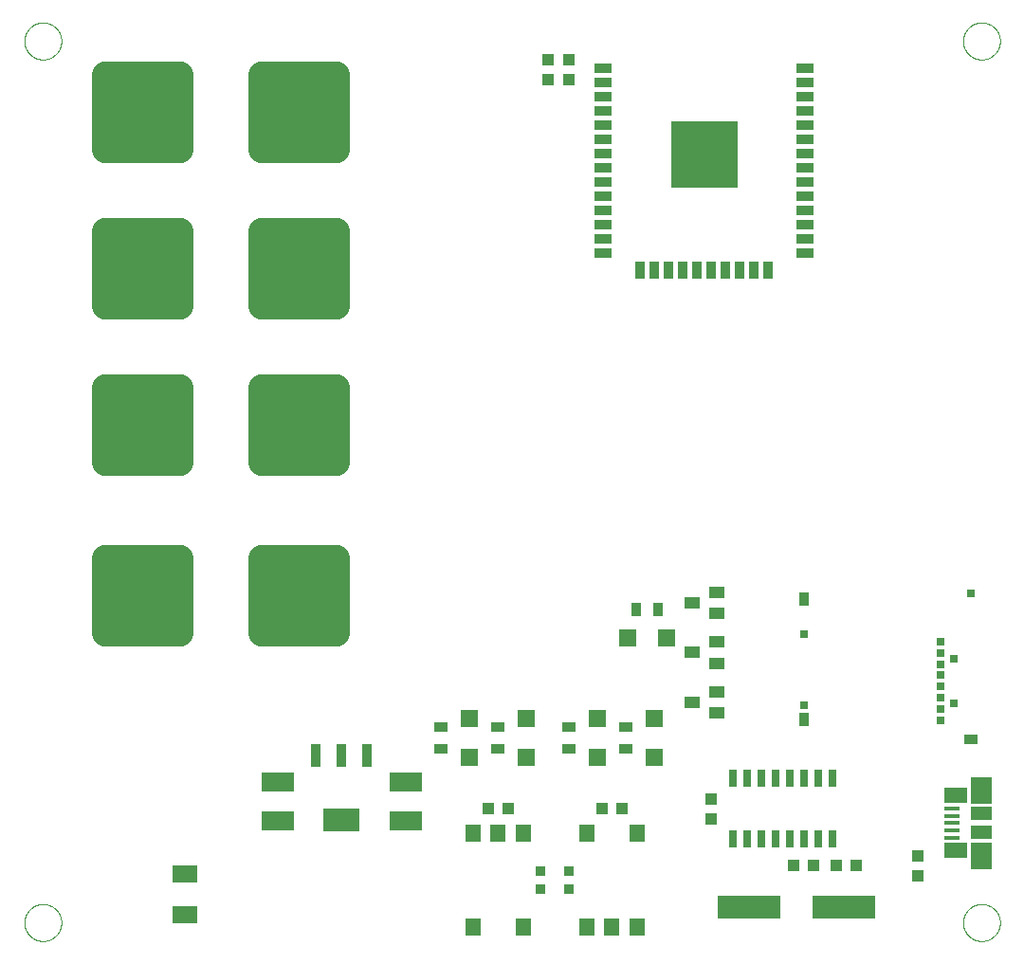
<source format=gtp>
G75*
%MOIN*%
%OFA0B0*%
%FSLAX25Y25*%
%IPPOS*%
%LPD*%
%AMOC8*
5,1,8,0,0,1.08239X$1,22.5*
%
%ADD10R,0.03937X0.03937*%
%ADD11C,0.08858*%
%ADD12C,0.00500*%
%ADD13R,0.11811X0.07087*%
%ADD14R,0.06299X0.05906*%
%ADD15R,0.08583X0.05984*%
%ADD16R,0.03799X0.03799*%
%ADD17R,0.05118X0.03543*%
%ADD18R,0.05512X0.06299*%
%ADD19R,0.05433X0.01772*%
%ADD20R,0.08268X0.05807*%
%ADD21R,0.07480X0.04626*%
%ADD22R,0.07480X0.09350*%
%ADD23R,0.02500X0.06000*%
%ADD24R,0.05906X0.03543*%
%ADD25R,0.03543X0.05906*%
%ADD26R,0.23622X0.23622*%
%ADD27R,0.12795X0.08465*%
%ADD28R,0.03740X0.08465*%
%ADD29R,0.22047X0.08268*%
%ADD30C,0.00000*%
%ADD31R,0.05512X0.03937*%
%ADD32R,0.03543X0.05118*%
%ADD33R,0.05906X0.06299*%
%ADD34R,0.02953X0.02756*%
%ADD35R,0.02559X0.02756*%
%ADD36R,0.04528X0.03366*%
%ADD37R,0.03346X0.04724*%
%ADD38R,0.02953X0.02559*%
%ADD39R,0.03346X0.05118*%
D10*
X0200433Y0088933D03*
X0207433Y0088933D03*
X0240433Y0088933D03*
X0247433Y0088933D03*
X0278933Y0085433D03*
X0278933Y0092433D03*
X0307933Y0068933D03*
X0314933Y0068933D03*
X0322933Y0068933D03*
X0329933Y0068933D03*
X0351433Y0065433D03*
X0351433Y0072433D03*
X0228933Y0345433D03*
X0228933Y0352433D03*
X0221433Y0352433D03*
X0221433Y0345433D03*
D11*
X0147220Y0347220D02*
X0120646Y0347220D01*
X0147220Y0347220D02*
X0147220Y0320646D01*
X0120646Y0320646D01*
X0120646Y0347220D01*
X0120646Y0329503D02*
X0147220Y0329503D01*
X0147220Y0338360D02*
X0120646Y0338360D01*
X0120646Y0347217D02*
X0147220Y0347217D01*
X0092220Y0347220D02*
X0065646Y0347220D01*
X0092220Y0347220D02*
X0092220Y0320646D01*
X0065646Y0320646D01*
X0065646Y0347220D01*
X0065646Y0329503D02*
X0092220Y0329503D01*
X0092220Y0338360D02*
X0065646Y0338360D01*
X0065646Y0347217D02*
X0092220Y0347217D01*
X0092220Y0265646D02*
X0065646Y0265646D01*
X0065646Y0292220D01*
X0092220Y0292220D01*
X0092220Y0265646D01*
X0092220Y0274503D02*
X0065646Y0274503D01*
X0065646Y0283360D02*
X0092220Y0283360D01*
X0092220Y0292217D02*
X0065646Y0292217D01*
X0120646Y0265646D02*
X0147220Y0265646D01*
X0120646Y0265646D02*
X0120646Y0292220D01*
X0147220Y0292220D01*
X0147220Y0265646D01*
X0147220Y0274503D02*
X0120646Y0274503D01*
X0120646Y0283360D02*
X0147220Y0283360D01*
X0147220Y0292217D02*
X0120646Y0292217D01*
X0120646Y0210646D02*
X0147220Y0210646D01*
X0120646Y0210646D02*
X0120646Y0237220D01*
X0147220Y0237220D01*
X0147220Y0210646D01*
X0147220Y0219503D02*
X0120646Y0219503D01*
X0120646Y0228360D02*
X0147220Y0228360D01*
X0147220Y0237217D02*
X0120646Y0237217D01*
X0092220Y0210646D02*
X0065646Y0210646D01*
X0065646Y0237220D01*
X0092220Y0237220D01*
X0092220Y0210646D01*
X0092220Y0219503D02*
X0065646Y0219503D01*
X0065646Y0228360D02*
X0092220Y0228360D01*
X0092220Y0237217D02*
X0065646Y0237217D01*
X0065646Y0150646D02*
X0092220Y0150646D01*
X0065646Y0150646D02*
X0065646Y0177220D01*
X0092220Y0177220D01*
X0092220Y0150646D01*
X0092220Y0159503D02*
X0065646Y0159503D01*
X0065646Y0168360D02*
X0092220Y0168360D01*
X0092220Y0177217D02*
X0065646Y0177217D01*
X0120646Y0150646D02*
X0147220Y0150646D01*
X0120646Y0150646D02*
X0120646Y0177220D01*
X0147220Y0177220D01*
X0147220Y0150646D01*
X0147220Y0159503D02*
X0120646Y0159503D01*
X0120646Y0168360D02*
X0147220Y0168360D01*
X0147220Y0177217D02*
X0120646Y0177217D01*
D12*
X0133933Y0166433D02*
X0133933Y0161433D01*
X0078933Y0161433D02*
X0078933Y0166433D01*
X0078933Y0221433D02*
X0078933Y0226433D01*
X0078933Y0276433D02*
X0078933Y0281433D01*
X0078933Y0331433D02*
X0078933Y0336433D01*
X0133933Y0336433D02*
X0133933Y0331433D01*
X0133933Y0281433D02*
X0133933Y0276433D01*
X0133933Y0226433D02*
X0133933Y0221433D01*
D13*
X0126433Y0098224D03*
X0126433Y0084642D03*
X0171433Y0084642D03*
X0171433Y0098224D03*
D14*
X0193933Y0107043D03*
X0193933Y0120823D03*
X0213933Y0120823D03*
X0213933Y0107043D03*
X0238933Y0107043D03*
X0238933Y0120823D03*
X0258933Y0120823D03*
X0258933Y0107043D03*
D15*
X0093933Y0066138D03*
X0093933Y0051728D03*
D16*
X0218933Y0060833D03*
X0218933Y0067033D03*
X0228933Y0067033D03*
X0228933Y0060833D03*
D17*
X0228933Y0110193D03*
X0228933Y0117673D03*
X0248933Y0117673D03*
X0248933Y0110193D03*
X0203933Y0110193D03*
X0203933Y0117673D03*
X0183933Y0117673D03*
X0183933Y0110193D03*
D18*
X0195075Y0080469D03*
X0203933Y0080469D03*
X0212791Y0080469D03*
X0235075Y0080469D03*
X0252791Y0080469D03*
X0252791Y0047398D03*
X0243933Y0047398D03*
X0235075Y0047398D03*
X0212791Y0047398D03*
X0195075Y0047398D03*
D19*
X0363657Y0078815D03*
X0363657Y0081374D03*
X0363657Y0083933D03*
X0363657Y0086492D03*
X0363657Y0089051D03*
D20*
X0364878Y0093628D03*
X0364878Y0074238D03*
D21*
X0373933Y0080636D03*
X0373933Y0087230D03*
D22*
X0373933Y0095400D03*
X0373933Y0072467D03*
D23*
X0321433Y0078323D03*
X0316433Y0078323D03*
X0311433Y0078323D03*
X0306433Y0078323D03*
X0301433Y0078323D03*
X0296433Y0078323D03*
X0291433Y0078323D03*
X0286433Y0078323D03*
X0286433Y0099543D03*
X0291433Y0099543D03*
X0296433Y0099543D03*
X0301433Y0099543D03*
X0306433Y0099543D03*
X0311433Y0099543D03*
X0316433Y0099543D03*
X0321433Y0099543D03*
D24*
X0311866Y0284248D03*
X0311866Y0289248D03*
X0311866Y0294248D03*
X0311866Y0299248D03*
X0311866Y0304248D03*
X0311866Y0309248D03*
X0311866Y0314248D03*
X0311866Y0319248D03*
X0311866Y0324248D03*
X0311866Y0329248D03*
X0311866Y0334248D03*
X0311866Y0339248D03*
X0311866Y0344248D03*
X0311866Y0349248D03*
X0241000Y0349248D03*
X0241000Y0344248D03*
X0241000Y0339248D03*
X0241000Y0334248D03*
X0241000Y0329248D03*
X0241000Y0324248D03*
X0241000Y0319248D03*
X0241000Y0314248D03*
X0241000Y0309248D03*
X0241000Y0304248D03*
X0241000Y0299248D03*
X0241000Y0294248D03*
X0241000Y0289248D03*
X0241000Y0284248D03*
D25*
X0253933Y0278382D03*
X0258933Y0278382D03*
X0263933Y0278382D03*
X0268933Y0278382D03*
X0273933Y0278382D03*
X0278933Y0278382D03*
X0283933Y0278382D03*
X0288933Y0278382D03*
X0293933Y0278382D03*
X0298933Y0278382D03*
D26*
X0276433Y0318933D03*
D27*
X0148933Y0085016D03*
D28*
X0148933Y0107850D03*
X0157988Y0107850D03*
X0139878Y0107850D03*
D29*
X0292201Y0054327D03*
X0325665Y0054327D03*
D30*
X0037437Y0048933D02*
X0037439Y0049094D01*
X0037445Y0049254D01*
X0037455Y0049415D01*
X0037469Y0049575D01*
X0037487Y0049734D01*
X0037508Y0049894D01*
X0037534Y0050052D01*
X0037564Y0050210D01*
X0037597Y0050367D01*
X0037635Y0050524D01*
X0037676Y0050679D01*
X0037721Y0050833D01*
X0037770Y0050986D01*
X0037823Y0051138D01*
X0037879Y0051288D01*
X0037939Y0051437D01*
X0038003Y0051585D01*
X0038070Y0051731D01*
X0038141Y0051875D01*
X0038216Y0052017D01*
X0038294Y0052158D01*
X0038375Y0052296D01*
X0038460Y0052433D01*
X0038549Y0052567D01*
X0038640Y0052699D01*
X0038735Y0052829D01*
X0038833Y0052956D01*
X0038934Y0053081D01*
X0039038Y0053204D01*
X0039145Y0053323D01*
X0039255Y0053440D01*
X0039368Y0053555D01*
X0039484Y0053666D01*
X0039602Y0053775D01*
X0039723Y0053880D01*
X0039847Y0053983D01*
X0039973Y0054083D01*
X0040102Y0054179D01*
X0040233Y0054272D01*
X0040366Y0054362D01*
X0040501Y0054449D01*
X0040639Y0054532D01*
X0040778Y0054611D01*
X0040920Y0054688D01*
X0041063Y0054761D01*
X0041208Y0054830D01*
X0041355Y0054895D01*
X0041503Y0054957D01*
X0041653Y0055016D01*
X0041804Y0055070D01*
X0041956Y0055121D01*
X0042110Y0055168D01*
X0042265Y0055211D01*
X0042420Y0055250D01*
X0042577Y0055286D01*
X0042735Y0055318D01*
X0042893Y0055345D01*
X0043052Y0055369D01*
X0043211Y0055389D01*
X0043371Y0055405D01*
X0043532Y0055417D01*
X0043692Y0055425D01*
X0043853Y0055429D01*
X0044013Y0055429D01*
X0044174Y0055425D01*
X0044334Y0055417D01*
X0044495Y0055405D01*
X0044655Y0055389D01*
X0044814Y0055369D01*
X0044973Y0055345D01*
X0045131Y0055318D01*
X0045289Y0055286D01*
X0045446Y0055250D01*
X0045601Y0055211D01*
X0045756Y0055168D01*
X0045910Y0055121D01*
X0046062Y0055070D01*
X0046213Y0055016D01*
X0046363Y0054957D01*
X0046511Y0054895D01*
X0046658Y0054830D01*
X0046803Y0054761D01*
X0046946Y0054688D01*
X0047088Y0054611D01*
X0047227Y0054532D01*
X0047365Y0054449D01*
X0047500Y0054362D01*
X0047633Y0054272D01*
X0047764Y0054179D01*
X0047893Y0054083D01*
X0048019Y0053983D01*
X0048143Y0053880D01*
X0048264Y0053775D01*
X0048382Y0053666D01*
X0048498Y0053555D01*
X0048611Y0053440D01*
X0048721Y0053323D01*
X0048828Y0053204D01*
X0048932Y0053081D01*
X0049033Y0052956D01*
X0049131Y0052829D01*
X0049226Y0052699D01*
X0049317Y0052567D01*
X0049406Y0052433D01*
X0049491Y0052296D01*
X0049572Y0052158D01*
X0049650Y0052017D01*
X0049725Y0051875D01*
X0049796Y0051731D01*
X0049863Y0051585D01*
X0049927Y0051437D01*
X0049987Y0051288D01*
X0050043Y0051138D01*
X0050096Y0050986D01*
X0050145Y0050833D01*
X0050190Y0050679D01*
X0050231Y0050524D01*
X0050269Y0050367D01*
X0050302Y0050210D01*
X0050332Y0050052D01*
X0050358Y0049894D01*
X0050379Y0049734D01*
X0050397Y0049575D01*
X0050411Y0049415D01*
X0050421Y0049254D01*
X0050427Y0049094D01*
X0050429Y0048933D01*
X0050427Y0048772D01*
X0050421Y0048612D01*
X0050411Y0048451D01*
X0050397Y0048291D01*
X0050379Y0048132D01*
X0050358Y0047972D01*
X0050332Y0047814D01*
X0050302Y0047656D01*
X0050269Y0047499D01*
X0050231Y0047342D01*
X0050190Y0047187D01*
X0050145Y0047033D01*
X0050096Y0046880D01*
X0050043Y0046728D01*
X0049987Y0046578D01*
X0049927Y0046429D01*
X0049863Y0046281D01*
X0049796Y0046135D01*
X0049725Y0045991D01*
X0049650Y0045849D01*
X0049572Y0045708D01*
X0049491Y0045570D01*
X0049406Y0045433D01*
X0049317Y0045299D01*
X0049226Y0045167D01*
X0049131Y0045037D01*
X0049033Y0044910D01*
X0048932Y0044785D01*
X0048828Y0044662D01*
X0048721Y0044543D01*
X0048611Y0044426D01*
X0048498Y0044311D01*
X0048382Y0044200D01*
X0048264Y0044091D01*
X0048143Y0043986D01*
X0048019Y0043883D01*
X0047893Y0043783D01*
X0047764Y0043687D01*
X0047633Y0043594D01*
X0047500Y0043504D01*
X0047365Y0043417D01*
X0047227Y0043334D01*
X0047088Y0043255D01*
X0046946Y0043178D01*
X0046803Y0043105D01*
X0046658Y0043036D01*
X0046511Y0042971D01*
X0046363Y0042909D01*
X0046213Y0042850D01*
X0046062Y0042796D01*
X0045910Y0042745D01*
X0045756Y0042698D01*
X0045601Y0042655D01*
X0045446Y0042616D01*
X0045289Y0042580D01*
X0045131Y0042548D01*
X0044973Y0042521D01*
X0044814Y0042497D01*
X0044655Y0042477D01*
X0044495Y0042461D01*
X0044334Y0042449D01*
X0044174Y0042441D01*
X0044013Y0042437D01*
X0043853Y0042437D01*
X0043692Y0042441D01*
X0043532Y0042449D01*
X0043371Y0042461D01*
X0043211Y0042477D01*
X0043052Y0042497D01*
X0042893Y0042521D01*
X0042735Y0042548D01*
X0042577Y0042580D01*
X0042420Y0042616D01*
X0042265Y0042655D01*
X0042110Y0042698D01*
X0041956Y0042745D01*
X0041804Y0042796D01*
X0041653Y0042850D01*
X0041503Y0042909D01*
X0041355Y0042971D01*
X0041208Y0043036D01*
X0041063Y0043105D01*
X0040920Y0043178D01*
X0040778Y0043255D01*
X0040639Y0043334D01*
X0040501Y0043417D01*
X0040366Y0043504D01*
X0040233Y0043594D01*
X0040102Y0043687D01*
X0039973Y0043783D01*
X0039847Y0043883D01*
X0039723Y0043986D01*
X0039602Y0044091D01*
X0039484Y0044200D01*
X0039368Y0044311D01*
X0039255Y0044426D01*
X0039145Y0044543D01*
X0039038Y0044662D01*
X0038934Y0044785D01*
X0038833Y0044910D01*
X0038735Y0045037D01*
X0038640Y0045167D01*
X0038549Y0045299D01*
X0038460Y0045433D01*
X0038375Y0045570D01*
X0038294Y0045708D01*
X0038216Y0045849D01*
X0038141Y0045991D01*
X0038070Y0046135D01*
X0038003Y0046281D01*
X0037939Y0046429D01*
X0037879Y0046578D01*
X0037823Y0046728D01*
X0037770Y0046880D01*
X0037721Y0047033D01*
X0037676Y0047187D01*
X0037635Y0047342D01*
X0037597Y0047499D01*
X0037564Y0047656D01*
X0037534Y0047814D01*
X0037508Y0047972D01*
X0037487Y0048132D01*
X0037469Y0048291D01*
X0037455Y0048451D01*
X0037445Y0048612D01*
X0037439Y0048772D01*
X0037437Y0048933D01*
X0037437Y0358933D02*
X0037439Y0359094D01*
X0037445Y0359254D01*
X0037455Y0359415D01*
X0037469Y0359575D01*
X0037487Y0359734D01*
X0037508Y0359894D01*
X0037534Y0360052D01*
X0037564Y0360210D01*
X0037597Y0360367D01*
X0037635Y0360524D01*
X0037676Y0360679D01*
X0037721Y0360833D01*
X0037770Y0360986D01*
X0037823Y0361138D01*
X0037879Y0361288D01*
X0037939Y0361437D01*
X0038003Y0361585D01*
X0038070Y0361731D01*
X0038141Y0361875D01*
X0038216Y0362017D01*
X0038294Y0362158D01*
X0038375Y0362296D01*
X0038460Y0362433D01*
X0038549Y0362567D01*
X0038640Y0362699D01*
X0038735Y0362829D01*
X0038833Y0362956D01*
X0038934Y0363081D01*
X0039038Y0363204D01*
X0039145Y0363323D01*
X0039255Y0363440D01*
X0039368Y0363555D01*
X0039484Y0363666D01*
X0039602Y0363775D01*
X0039723Y0363880D01*
X0039847Y0363983D01*
X0039973Y0364083D01*
X0040102Y0364179D01*
X0040233Y0364272D01*
X0040366Y0364362D01*
X0040501Y0364449D01*
X0040639Y0364532D01*
X0040778Y0364611D01*
X0040920Y0364688D01*
X0041063Y0364761D01*
X0041208Y0364830D01*
X0041355Y0364895D01*
X0041503Y0364957D01*
X0041653Y0365016D01*
X0041804Y0365070D01*
X0041956Y0365121D01*
X0042110Y0365168D01*
X0042265Y0365211D01*
X0042420Y0365250D01*
X0042577Y0365286D01*
X0042735Y0365318D01*
X0042893Y0365345D01*
X0043052Y0365369D01*
X0043211Y0365389D01*
X0043371Y0365405D01*
X0043532Y0365417D01*
X0043692Y0365425D01*
X0043853Y0365429D01*
X0044013Y0365429D01*
X0044174Y0365425D01*
X0044334Y0365417D01*
X0044495Y0365405D01*
X0044655Y0365389D01*
X0044814Y0365369D01*
X0044973Y0365345D01*
X0045131Y0365318D01*
X0045289Y0365286D01*
X0045446Y0365250D01*
X0045601Y0365211D01*
X0045756Y0365168D01*
X0045910Y0365121D01*
X0046062Y0365070D01*
X0046213Y0365016D01*
X0046363Y0364957D01*
X0046511Y0364895D01*
X0046658Y0364830D01*
X0046803Y0364761D01*
X0046946Y0364688D01*
X0047088Y0364611D01*
X0047227Y0364532D01*
X0047365Y0364449D01*
X0047500Y0364362D01*
X0047633Y0364272D01*
X0047764Y0364179D01*
X0047893Y0364083D01*
X0048019Y0363983D01*
X0048143Y0363880D01*
X0048264Y0363775D01*
X0048382Y0363666D01*
X0048498Y0363555D01*
X0048611Y0363440D01*
X0048721Y0363323D01*
X0048828Y0363204D01*
X0048932Y0363081D01*
X0049033Y0362956D01*
X0049131Y0362829D01*
X0049226Y0362699D01*
X0049317Y0362567D01*
X0049406Y0362433D01*
X0049491Y0362296D01*
X0049572Y0362158D01*
X0049650Y0362017D01*
X0049725Y0361875D01*
X0049796Y0361731D01*
X0049863Y0361585D01*
X0049927Y0361437D01*
X0049987Y0361288D01*
X0050043Y0361138D01*
X0050096Y0360986D01*
X0050145Y0360833D01*
X0050190Y0360679D01*
X0050231Y0360524D01*
X0050269Y0360367D01*
X0050302Y0360210D01*
X0050332Y0360052D01*
X0050358Y0359894D01*
X0050379Y0359734D01*
X0050397Y0359575D01*
X0050411Y0359415D01*
X0050421Y0359254D01*
X0050427Y0359094D01*
X0050429Y0358933D01*
X0050427Y0358772D01*
X0050421Y0358612D01*
X0050411Y0358451D01*
X0050397Y0358291D01*
X0050379Y0358132D01*
X0050358Y0357972D01*
X0050332Y0357814D01*
X0050302Y0357656D01*
X0050269Y0357499D01*
X0050231Y0357342D01*
X0050190Y0357187D01*
X0050145Y0357033D01*
X0050096Y0356880D01*
X0050043Y0356728D01*
X0049987Y0356578D01*
X0049927Y0356429D01*
X0049863Y0356281D01*
X0049796Y0356135D01*
X0049725Y0355991D01*
X0049650Y0355849D01*
X0049572Y0355708D01*
X0049491Y0355570D01*
X0049406Y0355433D01*
X0049317Y0355299D01*
X0049226Y0355167D01*
X0049131Y0355037D01*
X0049033Y0354910D01*
X0048932Y0354785D01*
X0048828Y0354662D01*
X0048721Y0354543D01*
X0048611Y0354426D01*
X0048498Y0354311D01*
X0048382Y0354200D01*
X0048264Y0354091D01*
X0048143Y0353986D01*
X0048019Y0353883D01*
X0047893Y0353783D01*
X0047764Y0353687D01*
X0047633Y0353594D01*
X0047500Y0353504D01*
X0047365Y0353417D01*
X0047227Y0353334D01*
X0047088Y0353255D01*
X0046946Y0353178D01*
X0046803Y0353105D01*
X0046658Y0353036D01*
X0046511Y0352971D01*
X0046363Y0352909D01*
X0046213Y0352850D01*
X0046062Y0352796D01*
X0045910Y0352745D01*
X0045756Y0352698D01*
X0045601Y0352655D01*
X0045446Y0352616D01*
X0045289Y0352580D01*
X0045131Y0352548D01*
X0044973Y0352521D01*
X0044814Y0352497D01*
X0044655Y0352477D01*
X0044495Y0352461D01*
X0044334Y0352449D01*
X0044174Y0352441D01*
X0044013Y0352437D01*
X0043853Y0352437D01*
X0043692Y0352441D01*
X0043532Y0352449D01*
X0043371Y0352461D01*
X0043211Y0352477D01*
X0043052Y0352497D01*
X0042893Y0352521D01*
X0042735Y0352548D01*
X0042577Y0352580D01*
X0042420Y0352616D01*
X0042265Y0352655D01*
X0042110Y0352698D01*
X0041956Y0352745D01*
X0041804Y0352796D01*
X0041653Y0352850D01*
X0041503Y0352909D01*
X0041355Y0352971D01*
X0041208Y0353036D01*
X0041063Y0353105D01*
X0040920Y0353178D01*
X0040778Y0353255D01*
X0040639Y0353334D01*
X0040501Y0353417D01*
X0040366Y0353504D01*
X0040233Y0353594D01*
X0040102Y0353687D01*
X0039973Y0353783D01*
X0039847Y0353883D01*
X0039723Y0353986D01*
X0039602Y0354091D01*
X0039484Y0354200D01*
X0039368Y0354311D01*
X0039255Y0354426D01*
X0039145Y0354543D01*
X0039038Y0354662D01*
X0038934Y0354785D01*
X0038833Y0354910D01*
X0038735Y0355037D01*
X0038640Y0355167D01*
X0038549Y0355299D01*
X0038460Y0355433D01*
X0038375Y0355570D01*
X0038294Y0355708D01*
X0038216Y0355849D01*
X0038141Y0355991D01*
X0038070Y0356135D01*
X0038003Y0356281D01*
X0037939Y0356429D01*
X0037879Y0356578D01*
X0037823Y0356728D01*
X0037770Y0356880D01*
X0037721Y0357033D01*
X0037676Y0357187D01*
X0037635Y0357342D01*
X0037597Y0357499D01*
X0037564Y0357656D01*
X0037534Y0357814D01*
X0037508Y0357972D01*
X0037487Y0358132D01*
X0037469Y0358291D01*
X0037455Y0358451D01*
X0037445Y0358612D01*
X0037439Y0358772D01*
X0037437Y0358933D01*
X0367437Y0358933D02*
X0367439Y0359094D01*
X0367445Y0359254D01*
X0367455Y0359415D01*
X0367469Y0359575D01*
X0367487Y0359734D01*
X0367508Y0359894D01*
X0367534Y0360052D01*
X0367564Y0360210D01*
X0367597Y0360367D01*
X0367635Y0360524D01*
X0367676Y0360679D01*
X0367721Y0360833D01*
X0367770Y0360986D01*
X0367823Y0361138D01*
X0367879Y0361288D01*
X0367939Y0361437D01*
X0368003Y0361585D01*
X0368070Y0361731D01*
X0368141Y0361875D01*
X0368216Y0362017D01*
X0368294Y0362158D01*
X0368375Y0362296D01*
X0368460Y0362433D01*
X0368549Y0362567D01*
X0368640Y0362699D01*
X0368735Y0362829D01*
X0368833Y0362956D01*
X0368934Y0363081D01*
X0369038Y0363204D01*
X0369145Y0363323D01*
X0369255Y0363440D01*
X0369368Y0363555D01*
X0369484Y0363666D01*
X0369602Y0363775D01*
X0369723Y0363880D01*
X0369847Y0363983D01*
X0369973Y0364083D01*
X0370102Y0364179D01*
X0370233Y0364272D01*
X0370366Y0364362D01*
X0370501Y0364449D01*
X0370639Y0364532D01*
X0370778Y0364611D01*
X0370920Y0364688D01*
X0371063Y0364761D01*
X0371208Y0364830D01*
X0371355Y0364895D01*
X0371503Y0364957D01*
X0371653Y0365016D01*
X0371804Y0365070D01*
X0371956Y0365121D01*
X0372110Y0365168D01*
X0372265Y0365211D01*
X0372420Y0365250D01*
X0372577Y0365286D01*
X0372735Y0365318D01*
X0372893Y0365345D01*
X0373052Y0365369D01*
X0373211Y0365389D01*
X0373371Y0365405D01*
X0373532Y0365417D01*
X0373692Y0365425D01*
X0373853Y0365429D01*
X0374013Y0365429D01*
X0374174Y0365425D01*
X0374334Y0365417D01*
X0374495Y0365405D01*
X0374655Y0365389D01*
X0374814Y0365369D01*
X0374973Y0365345D01*
X0375131Y0365318D01*
X0375289Y0365286D01*
X0375446Y0365250D01*
X0375601Y0365211D01*
X0375756Y0365168D01*
X0375910Y0365121D01*
X0376062Y0365070D01*
X0376213Y0365016D01*
X0376363Y0364957D01*
X0376511Y0364895D01*
X0376658Y0364830D01*
X0376803Y0364761D01*
X0376946Y0364688D01*
X0377088Y0364611D01*
X0377227Y0364532D01*
X0377365Y0364449D01*
X0377500Y0364362D01*
X0377633Y0364272D01*
X0377764Y0364179D01*
X0377893Y0364083D01*
X0378019Y0363983D01*
X0378143Y0363880D01*
X0378264Y0363775D01*
X0378382Y0363666D01*
X0378498Y0363555D01*
X0378611Y0363440D01*
X0378721Y0363323D01*
X0378828Y0363204D01*
X0378932Y0363081D01*
X0379033Y0362956D01*
X0379131Y0362829D01*
X0379226Y0362699D01*
X0379317Y0362567D01*
X0379406Y0362433D01*
X0379491Y0362296D01*
X0379572Y0362158D01*
X0379650Y0362017D01*
X0379725Y0361875D01*
X0379796Y0361731D01*
X0379863Y0361585D01*
X0379927Y0361437D01*
X0379987Y0361288D01*
X0380043Y0361138D01*
X0380096Y0360986D01*
X0380145Y0360833D01*
X0380190Y0360679D01*
X0380231Y0360524D01*
X0380269Y0360367D01*
X0380302Y0360210D01*
X0380332Y0360052D01*
X0380358Y0359894D01*
X0380379Y0359734D01*
X0380397Y0359575D01*
X0380411Y0359415D01*
X0380421Y0359254D01*
X0380427Y0359094D01*
X0380429Y0358933D01*
X0380427Y0358772D01*
X0380421Y0358612D01*
X0380411Y0358451D01*
X0380397Y0358291D01*
X0380379Y0358132D01*
X0380358Y0357972D01*
X0380332Y0357814D01*
X0380302Y0357656D01*
X0380269Y0357499D01*
X0380231Y0357342D01*
X0380190Y0357187D01*
X0380145Y0357033D01*
X0380096Y0356880D01*
X0380043Y0356728D01*
X0379987Y0356578D01*
X0379927Y0356429D01*
X0379863Y0356281D01*
X0379796Y0356135D01*
X0379725Y0355991D01*
X0379650Y0355849D01*
X0379572Y0355708D01*
X0379491Y0355570D01*
X0379406Y0355433D01*
X0379317Y0355299D01*
X0379226Y0355167D01*
X0379131Y0355037D01*
X0379033Y0354910D01*
X0378932Y0354785D01*
X0378828Y0354662D01*
X0378721Y0354543D01*
X0378611Y0354426D01*
X0378498Y0354311D01*
X0378382Y0354200D01*
X0378264Y0354091D01*
X0378143Y0353986D01*
X0378019Y0353883D01*
X0377893Y0353783D01*
X0377764Y0353687D01*
X0377633Y0353594D01*
X0377500Y0353504D01*
X0377365Y0353417D01*
X0377227Y0353334D01*
X0377088Y0353255D01*
X0376946Y0353178D01*
X0376803Y0353105D01*
X0376658Y0353036D01*
X0376511Y0352971D01*
X0376363Y0352909D01*
X0376213Y0352850D01*
X0376062Y0352796D01*
X0375910Y0352745D01*
X0375756Y0352698D01*
X0375601Y0352655D01*
X0375446Y0352616D01*
X0375289Y0352580D01*
X0375131Y0352548D01*
X0374973Y0352521D01*
X0374814Y0352497D01*
X0374655Y0352477D01*
X0374495Y0352461D01*
X0374334Y0352449D01*
X0374174Y0352441D01*
X0374013Y0352437D01*
X0373853Y0352437D01*
X0373692Y0352441D01*
X0373532Y0352449D01*
X0373371Y0352461D01*
X0373211Y0352477D01*
X0373052Y0352497D01*
X0372893Y0352521D01*
X0372735Y0352548D01*
X0372577Y0352580D01*
X0372420Y0352616D01*
X0372265Y0352655D01*
X0372110Y0352698D01*
X0371956Y0352745D01*
X0371804Y0352796D01*
X0371653Y0352850D01*
X0371503Y0352909D01*
X0371355Y0352971D01*
X0371208Y0353036D01*
X0371063Y0353105D01*
X0370920Y0353178D01*
X0370778Y0353255D01*
X0370639Y0353334D01*
X0370501Y0353417D01*
X0370366Y0353504D01*
X0370233Y0353594D01*
X0370102Y0353687D01*
X0369973Y0353783D01*
X0369847Y0353883D01*
X0369723Y0353986D01*
X0369602Y0354091D01*
X0369484Y0354200D01*
X0369368Y0354311D01*
X0369255Y0354426D01*
X0369145Y0354543D01*
X0369038Y0354662D01*
X0368934Y0354785D01*
X0368833Y0354910D01*
X0368735Y0355037D01*
X0368640Y0355167D01*
X0368549Y0355299D01*
X0368460Y0355433D01*
X0368375Y0355570D01*
X0368294Y0355708D01*
X0368216Y0355849D01*
X0368141Y0355991D01*
X0368070Y0356135D01*
X0368003Y0356281D01*
X0367939Y0356429D01*
X0367879Y0356578D01*
X0367823Y0356728D01*
X0367770Y0356880D01*
X0367721Y0357033D01*
X0367676Y0357187D01*
X0367635Y0357342D01*
X0367597Y0357499D01*
X0367564Y0357656D01*
X0367534Y0357814D01*
X0367508Y0357972D01*
X0367487Y0358132D01*
X0367469Y0358291D01*
X0367455Y0358451D01*
X0367445Y0358612D01*
X0367439Y0358772D01*
X0367437Y0358933D01*
X0367437Y0048933D02*
X0367439Y0049094D01*
X0367445Y0049254D01*
X0367455Y0049415D01*
X0367469Y0049575D01*
X0367487Y0049734D01*
X0367508Y0049894D01*
X0367534Y0050052D01*
X0367564Y0050210D01*
X0367597Y0050367D01*
X0367635Y0050524D01*
X0367676Y0050679D01*
X0367721Y0050833D01*
X0367770Y0050986D01*
X0367823Y0051138D01*
X0367879Y0051288D01*
X0367939Y0051437D01*
X0368003Y0051585D01*
X0368070Y0051731D01*
X0368141Y0051875D01*
X0368216Y0052017D01*
X0368294Y0052158D01*
X0368375Y0052296D01*
X0368460Y0052433D01*
X0368549Y0052567D01*
X0368640Y0052699D01*
X0368735Y0052829D01*
X0368833Y0052956D01*
X0368934Y0053081D01*
X0369038Y0053204D01*
X0369145Y0053323D01*
X0369255Y0053440D01*
X0369368Y0053555D01*
X0369484Y0053666D01*
X0369602Y0053775D01*
X0369723Y0053880D01*
X0369847Y0053983D01*
X0369973Y0054083D01*
X0370102Y0054179D01*
X0370233Y0054272D01*
X0370366Y0054362D01*
X0370501Y0054449D01*
X0370639Y0054532D01*
X0370778Y0054611D01*
X0370920Y0054688D01*
X0371063Y0054761D01*
X0371208Y0054830D01*
X0371355Y0054895D01*
X0371503Y0054957D01*
X0371653Y0055016D01*
X0371804Y0055070D01*
X0371956Y0055121D01*
X0372110Y0055168D01*
X0372265Y0055211D01*
X0372420Y0055250D01*
X0372577Y0055286D01*
X0372735Y0055318D01*
X0372893Y0055345D01*
X0373052Y0055369D01*
X0373211Y0055389D01*
X0373371Y0055405D01*
X0373532Y0055417D01*
X0373692Y0055425D01*
X0373853Y0055429D01*
X0374013Y0055429D01*
X0374174Y0055425D01*
X0374334Y0055417D01*
X0374495Y0055405D01*
X0374655Y0055389D01*
X0374814Y0055369D01*
X0374973Y0055345D01*
X0375131Y0055318D01*
X0375289Y0055286D01*
X0375446Y0055250D01*
X0375601Y0055211D01*
X0375756Y0055168D01*
X0375910Y0055121D01*
X0376062Y0055070D01*
X0376213Y0055016D01*
X0376363Y0054957D01*
X0376511Y0054895D01*
X0376658Y0054830D01*
X0376803Y0054761D01*
X0376946Y0054688D01*
X0377088Y0054611D01*
X0377227Y0054532D01*
X0377365Y0054449D01*
X0377500Y0054362D01*
X0377633Y0054272D01*
X0377764Y0054179D01*
X0377893Y0054083D01*
X0378019Y0053983D01*
X0378143Y0053880D01*
X0378264Y0053775D01*
X0378382Y0053666D01*
X0378498Y0053555D01*
X0378611Y0053440D01*
X0378721Y0053323D01*
X0378828Y0053204D01*
X0378932Y0053081D01*
X0379033Y0052956D01*
X0379131Y0052829D01*
X0379226Y0052699D01*
X0379317Y0052567D01*
X0379406Y0052433D01*
X0379491Y0052296D01*
X0379572Y0052158D01*
X0379650Y0052017D01*
X0379725Y0051875D01*
X0379796Y0051731D01*
X0379863Y0051585D01*
X0379927Y0051437D01*
X0379987Y0051288D01*
X0380043Y0051138D01*
X0380096Y0050986D01*
X0380145Y0050833D01*
X0380190Y0050679D01*
X0380231Y0050524D01*
X0380269Y0050367D01*
X0380302Y0050210D01*
X0380332Y0050052D01*
X0380358Y0049894D01*
X0380379Y0049734D01*
X0380397Y0049575D01*
X0380411Y0049415D01*
X0380421Y0049254D01*
X0380427Y0049094D01*
X0380429Y0048933D01*
X0380427Y0048772D01*
X0380421Y0048612D01*
X0380411Y0048451D01*
X0380397Y0048291D01*
X0380379Y0048132D01*
X0380358Y0047972D01*
X0380332Y0047814D01*
X0380302Y0047656D01*
X0380269Y0047499D01*
X0380231Y0047342D01*
X0380190Y0047187D01*
X0380145Y0047033D01*
X0380096Y0046880D01*
X0380043Y0046728D01*
X0379987Y0046578D01*
X0379927Y0046429D01*
X0379863Y0046281D01*
X0379796Y0046135D01*
X0379725Y0045991D01*
X0379650Y0045849D01*
X0379572Y0045708D01*
X0379491Y0045570D01*
X0379406Y0045433D01*
X0379317Y0045299D01*
X0379226Y0045167D01*
X0379131Y0045037D01*
X0379033Y0044910D01*
X0378932Y0044785D01*
X0378828Y0044662D01*
X0378721Y0044543D01*
X0378611Y0044426D01*
X0378498Y0044311D01*
X0378382Y0044200D01*
X0378264Y0044091D01*
X0378143Y0043986D01*
X0378019Y0043883D01*
X0377893Y0043783D01*
X0377764Y0043687D01*
X0377633Y0043594D01*
X0377500Y0043504D01*
X0377365Y0043417D01*
X0377227Y0043334D01*
X0377088Y0043255D01*
X0376946Y0043178D01*
X0376803Y0043105D01*
X0376658Y0043036D01*
X0376511Y0042971D01*
X0376363Y0042909D01*
X0376213Y0042850D01*
X0376062Y0042796D01*
X0375910Y0042745D01*
X0375756Y0042698D01*
X0375601Y0042655D01*
X0375446Y0042616D01*
X0375289Y0042580D01*
X0375131Y0042548D01*
X0374973Y0042521D01*
X0374814Y0042497D01*
X0374655Y0042477D01*
X0374495Y0042461D01*
X0374334Y0042449D01*
X0374174Y0042441D01*
X0374013Y0042437D01*
X0373853Y0042437D01*
X0373692Y0042441D01*
X0373532Y0042449D01*
X0373371Y0042461D01*
X0373211Y0042477D01*
X0373052Y0042497D01*
X0372893Y0042521D01*
X0372735Y0042548D01*
X0372577Y0042580D01*
X0372420Y0042616D01*
X0372265Y0042655D01*
X0372110Y0042698D01*
X0371956Y0042745D01*
X0371804Y0042796D01*
X0371653Y0042850D01*
X0371503Y0042909D01*
X0371355Y0042971D01*
X0371208Y0043036D01*
X0371063Y0043105D01*
X0370920Y0043178D01*
X0370778Y0043255D01*
X0370639Y0043334D01*
X0370501Y0043417D01*
X0370366Y0043504D01*
X0370233Y0043594D01*
X0370102Y0043687D01*
X0369973Y0043783D01*
X0369847Y0043883D01*
X0369723Y0043986D01*
X0369602Y0044091D01*
X0369484Y0044200D01*
X0369368Y0044311D01*
X0369255Y0044426D01*
X0369145Y0044543D01*
X0369038Y0044662D01*
X0368934Y0044785D01*
X0368833Y0044910D01*
X0368735Y0045037D01*
X0368640Y0045167D01*
X0368549Y0045299D01*
X0368460Y0045433D01*
X0368375Y0045570D01*
X0368294Y0045708D01*
X0368216Y0045849D01*
X0368141Y0045991D01*
X0368070Y0046135D01*
X0368003Y0046281D01*
X0367939Y0046429D01*
X0367879Y0046578D01*
X0367823Y0046728D01*
X0367770Y0046880D01*
X0367721Y0047033D01*
X0367676Y0047187D01*
X0367635Y0047342D01*
X0367597Y0047499D01*
X0367564Y0047656D01*
X0367534Y0047814D01*
X0367508Y0047972D01*
X0367487Y0048132D01*
X0367469Y0048291D01*
X0367455Y0048451D01*
X0367445Y0048612D01*
X0367439Y0048772D01*
X0367437Y0048933D01*
D31*
X0280764Y0122693D03*
X0280764Y0130173D03*
X0280764Y0140193D03*
X0280764Y0147673D03*
X0272102Y0143933D03*
X0280764Y0157693D03*
X0280764Y0165173D03*
X0272102Y0161433D03*
X0272102Y0126433D03*
D32*
X0260173Y0158933D03*
X0252693Y0158933D03*
D33*
X0249543Y0148933D03*
X0263323Y0148933D03*
D34*
X0359425Y0147693D03*
X0359425Y0143756D03*
X0359425Y0139819D03*
X0359425Y0135882D03*
X0359425Y0131945D03*
X0359425Y0128008D03*
X0359425Y0124071D03*
X0359425Y0120134D03*
D35*
X0364150Y0126039D03*
X0364150Y0141787D03*
X0370252Y0164819D03*
D36*
X0370055Y0113283D03*
D37*
X0311591Y0120380D03*
D38*
X0311394Y0125252D03*
X0311394Y0150252D03*
D39*
X0311591Y0162604D03*
M02*

</source>
